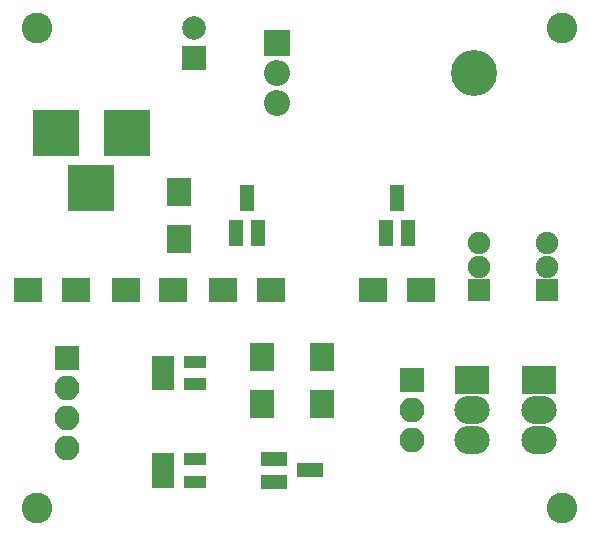
<source format=gbr>
G04 #@! TF.FileFunction,Soldermask,Top*
%FSLAX46Y46*%
G04 Gerber Fmt 4.6, Leading zero omitted, Abs format (unit mm)*
G04 Created by KiCad (PCBNEW 4.0.7) date Sunday, June 10, 2018 'PMt' 01:36:30 PM*
%MOMM*%
%LPD*%
G01*
G04 APERTURE LIST*
%ADD10C,0.100000*%
%ADD11C,2.600000*%
%ADD12R,2.000000X2.400000*%
%ADD13R,2.000000X2.000000*%
%ADD14C,2.000000*%
%ADD15R,2.400000X2.000000*%
%ADD16R,2.400000X2.100000*%
%ADD17R,3.900000X3.900000*%
%ADD18R,2.100000X2.400000*%
%ADD19O,3.900000X3.900000*%
%ADD20R,2.200000X2.200000*%
%ADD21O,2.200000X2.200000*%
%ADD22R,1.900000X1.900000*%
%ADD23C,1.900000*%
%ADD24R,3.000000X2.400000*%
%ADD25O,3.000000X2.400000*%
%ADD26R,1.960000X1.050000*%
%ADD27R,2.100000X2.100000*%
%ADD28O,2.100000X2.100000*%
%ADD29R,2.300000X1.200000*%
%ADD30R,1.200000X2.300000*%
G04 APERTURE END LIST*
D10*
D11*
X97790000Y-16510000D03*
X53340000Y-57150000D03*
X97790000Y-57150000D03*
D12*
X65405000Y-30385000D03*
X65405000Y-34385000D03*
D13*
X66675000Y-19050000D03*
D14*
X66675000Y-16550000D03*
D15*
X73120000Y-38735000D03*
X69120000Y-38735000D03*
D16*
X60865000Y-38735000D03*
X64865000Y-38735000D03*
D17*
X60960000Y-25400000D03*
X54960000Y-25400000D03*
X57960000Y-30100000D03*
D16*
X56610000Y-38735000D03*
X52610000Y-38735000D03*
D18*
X77470000Y-44355000D03*
X77470000Y-48355000D03*
X72390000Y-44355000D03*
X72390000Y-48355000D03*
D19*
X90320000Y-20320000D03*
D20*
X73660000Y-17780000D03*
D21*
X73660000Y-20320000D03*
X73660000Y-22860000D03*
D22*
X96520000Y-38735000D03*
D23*
X96520000Y-36735000D03*
X96520000Y-34735000D03*
D24*
X95885000Y-46355000D03*
D25*
X95885000Y-48895000D03*
X95885000Y-51435000D03*
D11*
X53340000Y-16510000D03*
D22*
X90805000Y-38735000D03*
D23*
X90805000Y-36735000D03*
X90805000Y-34735000D03*
D24*
X90170000Y-46355000D03*
D25*
X90170000Y-48895000D03*
X90170000Y-51435000D03*
D26*
X64055000Y-44770000D03*
X64055000Y-45720000D03*
X64055000Y-46670000D03*
X66755000Y-46670000D03*
X66755000Y-44770000D03*
X64055000Y-53025000D03*
X64055000Y-53975000D03*
X64055000Y-54925000D03*
X66755000Y-54925000D03*
X66755000Y-53025000D03*
D15*
X85820000Y-38735000D03*
X81820000Y-38735000D03*
D27*
X55880000Y-44450000D03*
D28*
X55880000Y-46990000D03*
X55880000Y-49530000D03*
X55880000Y-52070000D03*
D27*
X85090000Y-46355000D03*
D28*
X85090000Y-48895000D03*
X85090000Y-51435000D03*
D29*
X73430000Y-53025000D03*
X73430000Y-54925000D03*
X76430000Y-53975000D03*
D30*
X82870000Y-33885000D03*
X84770000Y-33885000D03*
X83820000Y-30885000D03*
X70170000Y-33885000D03*
X72070000Y-33885000D03*
X71120000Y-30885000D03*
M02*

</source>
